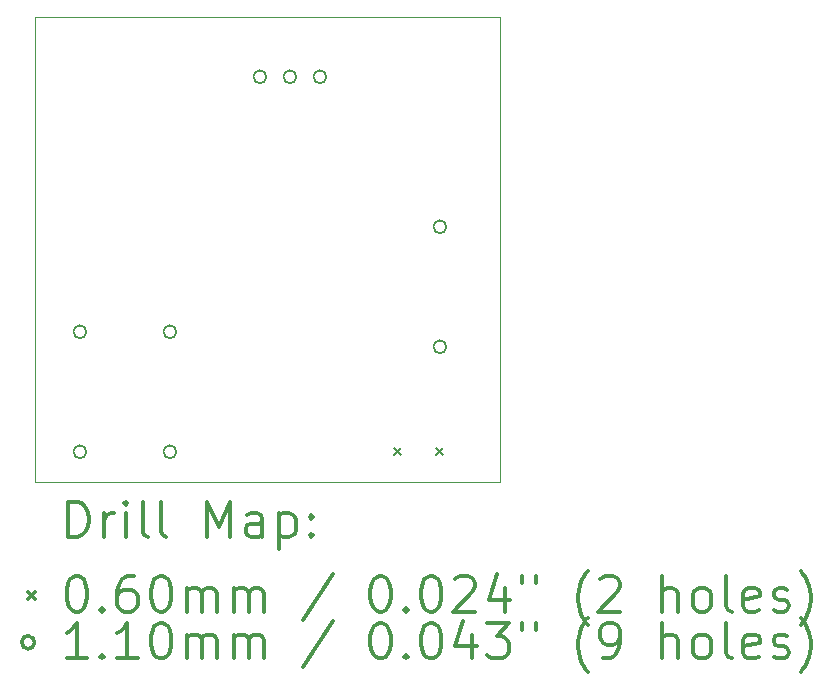
<source format=gbr>
%FSLAX45Y45*%
G04 Gerber Fmt 4.5, Leading zero omitted, Abs format (unit mm)*
G04 Created by KiCad (PCBNEW (5.1.9)-1) date 2021-03-24 11:59:08*
%MOMM*%
%LPD*%
G01*
G04 APERTURE LIST*
%TA.AperFunction,Profile*%
%ADD10C,0.050000*%
%TD*%
%ADD11C,0.200000*%
%ADD12C,0.300000*%
G04 APERTURE END LIST*
D10*
X15621000Y-7493000D02*
X11684000Y-7493000D01*
X15621000Y-11430000D02*
X15621000Y-7493000D01*
X11684000Y-11430000D02*
X15621000Y-11430000D01*
X11684000Y-7493000D02*
X11684000Y-11430000D01*
D11*
X14723000Y-11146000D02*
X14783000Y-11206000D01*
X14783000Y-11146000D02*
X14723000Y-11206000D01*
X15083000Y-11146000D02*
X15143000Y-11206000D01*
X15143000Y-11146000D02*
X15083000Y-11206000D01*
X12120000Y-10160000D02*
G75*
G03*
X12120000Y-10160000I-55000J0D01*
G01*
X12120000Y-11176000D02*
G75*
G03*
X12120000Y-11176000I-55000J0D01*
G01*
X12882000Y-10160000D02*
G75*
G03*
X12882000Y-10160000I-55000J0D01*
G01*
X12882000Y-11176000D02*
G75*
G03*
X12882000Y-11176000I-55000J0D01*
G01*
X13644000Y-8001000D02*
G75*
G03*
X13644000Y-8001000I-55000J0D01*
G01*
X13898000Y-8001000D02*
G75*
G03*
X13898000Y-8001000I-55000J0D01*
G01*
X14152000Y-8001000D02*
G75*
G03*
X14152000Y-8001000I-55000J0D01*
G01*
X15168000Y-9271000D02*
G75*
G03*
X15168000Y-9271000I-55000J0D01*
G01*
X15168000Y-10287000D02*
G75*
G03*
X15168000Y-10287000I-55000J0D01*
G01*
D12*
X11967928Y-11898214D02*
X11967928Y-11598214D01*
X12039357Y-11598214D01*
X12082214Y-11612500D01*
X12110786Y-11641071D01*
X12125071Y-11669643D01*
X12139357Y-11726786D01*
X12139357Y-11769643D01*
X12125071Y-11826786D01*
X12110786Y-11855357D01*
X12082214Y-11883929D01*
X12039357Y-11898214D01*
X11967928Y-11898214D01*
X12267928Y-11898214D02*
X12267928Y-11698214D01*
X12267928Y-11755357D02*
X12282214Y-11726786D01*
X12296500Y-11712500D01*
X12325071Y-11698214D01*
X12353643Y-11698214D01*
X12453643Y-11898214D02*
X12453643Y-11698214D01*
X12453643Y-11598214D02*
X12439357Y-11612500D01*
X12453643Y-11626786D01*
X12467928Y-11612500D01*
X12453643Y-11598214D01*
X12453643Y-11626786D01*
X12639357Y-11898214D02*
X12610786Y-11883929D01*
X12596500Y-11855357D01*
X12596500Y-11598214D01*
X12796500Y-11898214D02*
X12767928Y-11883929D01*
X12753643Y-11855357D01*
X12753643Y-11598214D01*
X13139357Y-11898214D02*
X13139357Y-11598214D01*
X13239357Y-11812500D01*
X13339357Y-11598214D01*
X13339357Y-11898214D01*
X13610786Y-11898214D02*
X13610786Y-11741071D01*
X13596500Y-11712500D01*
X13567928Y-11698214D01*
X13510786Y-11698214D01*
X13482214Y-11712500D01*
X13610786Y-11883929D02*
X13582214Y-11898214D01*
X13510786Y-11898214D01*
X13482214Y-11883929D01*
X13467928Y-11855357D01*
X13467928Y-11826786D01*
X13482214Y-11798214D01*
X13510786Y-11783929D01*
X13582214Y-11783929D01*
X13610786Y-11769643D01*
X13753643Y-11698214D02*
X13753643Y-11998214D01*
X13753643Y-11712500D02*
X13782214Y-11698214D01*
X13839357Y-11698214D01*
X13867928Y-11712500D01*
X13882214Y-11726786D01*
X13896500Y-11755357D01*
X13896500Y-11841071D01*
X13882214Y-11869643D01*
X13867928Y-11883929D01*
X13839357Y-11898214D01*
X13782214Y-11898214D01*
X13753643Y-11883929D01*
X14025071Y-11869643D02*
X14039357Y-11883929D01*
X14025071Y-11898214D01*
X14010786Y-11883929D01*
X14025071Y-11869643D01*
X14025071Y-11898214D01*
X14025071Y-11712500D02*
X14039357Y-11726786D01*
X14025071Y-11741071D01*
X14010786Y-11726786D01*
X14025071Y-11712500D01*
X14025071Y-11741071D01*
X11621500Y-12362500D02*
X11681500Y-12422500D01*
X11681500Y-12362500D02*
X11621500Y-12422500D01*
X12025071Y-12228214D02*
X12053643Y-12228214D01*
X12082214Y-12242500D01*
X12096500Y-12256786D01*
X12110786Y-12285357D01*
X12125071Y-12342500D01*
X12125071Y-12413929D01*
X12110786Y-12471071D01*
X12096500Y-12499643D01*
X12082214Y-12513929D01*
X12053643Y-12528214D01*
X12025071Y-12528214D01*
X11996500Y-12513929D01*
X11982214Y-12499643D01*
X11967928Y-12471071D01*
X11953643Y-12413929D01*
X11953643Y-12342500D01*
X11967928Y-12285357D01*
X11982214Y-12256786D01*
X11996500Y-12242500D01*
X12025071Y-12228214D01*
X12253643Y-12499643D02*
X12267928Y-12513929D01*
X12253643Y-12528214D01*
X12239357Y-12513929D01*
X12253643Y-12499643D01*
X12253643Y-12528214D01*
X12525071Y-12228214D02*
X12467928Y-12228214D01*
X12439357Y-12242500D01*
X12425071Y-12256786D01*
X12396500Y-12299643D01*
X12382214Y-12356786D01*
X12382214Y-12471071D01*
X12396500Y-12499643D01*
X12410786Y-12513929D01*
X12439357Y-12528214D01*
X12496500Y-12528214D01*
X12525071Y-12513929D01*
X12539357Y-12499643D01*
X12553643Y-12471071D01*
X12553643Y-12399643D01*
X12539357Y-12371071D01*
X12525071Y-12356786D01*
X12496500Y-12342500D01*
X12439357Y-12342500D01*
X12410786Y-12356786D01*
X12396500Y-12371071D01*
X12382214Y-12399643D01*
X12739357Y-12228214D02*
X12767928Y-12228214D01*
X12796500Y-12242500D01*
X12810786Y-12256786D01*
X12825071Y-12285357D01*
X12839357Y-12342500D01*
X12839357Y-12413929D01*
X12825071Y-12471071D01*
X12810786Y-12499643D01*
X12796500Y-12513929D01*
X12767928Y-12528214D01*
X12739357Y-12528214D01*
X12710786Y-12513929D01*
X12696500Y-12499643D01*
X12682214Y-12471071D01*
X12667928Y-12413929D01*
X12667928Y-12342500D01*
X12682214Y-12285357D01*
X12696500Y-12256786D01*
X12710786Y-12242500D01*
X12739357Y-12228214D01*
X12967928Y-12528214D02*
X12967928Y-12328214D01*
X12967928Y-12356786D02*
X12982214Y-12342500D01*
X13010786Y-12328214D01*
X13053643Y-12328214D01*
X13082214Y-12342500D01*
X13096500Y-12371071D01*
X13096500Y-12528214D01*
X13096500Y-12371071D02*
X13110786Y-12342500D01*
X13139357Y-12328214D01*
X13182214Y-12328214D01*
X13210786Y-12342500D01*
X13225071Y-12371071D01*
X13225071Y-12528214D01*
X13367928Y-12528214D02*
X13367928Y-12328214D01*
X13367928Y-12356786D02*
X13382214Y-12342500D01*
X13410786Y-12328214D01*
X13453643Y-12328214D01*
X13482214Y-12342500D01*
X13496500Y-12371071D01*
X13496500Y-12528214D01*
X13496500Y-12371071D02*
X13510786Y-12342500D01*
X13539357Y-12328214D01*
X13582214Y-12328214D01*
X13610786Y-12342500D01*
X13625071Y-12371071D01*
X13625071Y-12528214D01*
X14210786Y-12213929D02*
X13953643Y-12599643D01*
X14596500Y-12228214D02*
X14625071Y-12228214D01*
X14653643Y-12242500D01*
X14667928Y-12256786D01*
X14682214Y-12285357D01*
X14696500Y-12342500D01*
X14696500Y-12413929D01*
X14682214Y-12471071D01*
X14667928Y-12499643D01*
X14653643Y-12513929D01*
X14625071Y-12528214D01*
X14596500Y-12528214D01*
X14567928Y-12513929D01*
X14553643Y-12499643D01*
X14539357Y-12471071D01*
X14525071Y-12413929D01*
X14525071Y-12342500D01*
X14539357Y-12285357D01*
X14553643Y-12256786D01*
X14567928Y-12242500D01*
X14596500Y-12228214D01*
X14825071Y-12499643D02*
X14839357Y-12513929D01*
X14825071Y-12528214D01*
X14810786Y-12513929D01*
X14825071Y-12499643D01*
X14825071Y-12528214D01*
X15025071Y-12228214D02*
X15053643Y-12228214D01*
X15082214Y-12242500D01*
X15096500Y-12256786D01*
X15110786Y-12285357D01*
X15125071Y-12342500D01*
X15125071Y-12413929D01*
X15110786Y-12471071D01*
X15096500Y-12499643D01*
X15082214Y-12513929D01*
X15053643Y-12528214D01*
X15025071Y-12528214D01*
X14996500Y-12513929D01*
X14982214Y-12499643D01*
X14967928Y-12471071D01*
X14953643Y-12413929D01*
X14953643Y-12342500D01*
X14967928Y-12285357D01*
X14982214Y-12256786D01*
X14996500Y-12242500D01*
X15025071Y-12228214D01*
X15239357Y-12256786D02*
X15253643Y-12242500D01*
X15282214Y-12228214D01*
X15353643Y-12228214D01*
X15382214Y-12242500D01*
X15396500Y-12256786D01*
X15410786Y-12285357D01*
X15410786Y-12313929D01*
X15396500Y-12356786D01*
X15225071Y-12528214D01*
X15410786Y-12528214D01*
X15667928Y-12328214D02*
X15667928Y-12528214D01*
X15596500Y-12213929D02*
X15525071Y-12428214D01*
X15710786Y-12428214D01*
X15810786Y-12228214D02*
X15810786Y-12285357D01*
X15925071Y-12228214D02*
X15925071Y-12285357D01*
X16367928Y-12642500D02*
X16353643Y-12628214D01*
X16325071Y-12585357D01*
X16310786Y-12556786D01*
X16296500Y-12513929D01*
X16282214Y-12442500D01*
X16282214Y-12385357D01*
X16296500Y-12313929D01*
X16310786Y-12271071D01*
X16325071Y-12242500D01*
X16353643Y-12199643D01*
X16367928Y-12185357D01*
X16467928Y-12256786D02*
X16482214Y-12242500D01*
X16510786Y-12228214D01*
X16582214Y-12228214D01*
X16610786Y-12242500D01*
X16625071Y-12256786D01*
X16639357Y-12285357D01*
X16639357Y-12313929D01*
X16625071Y-12356786D01*
X16453643Y-12528214D01*
X16639357Y-12528214D01*
X16996500Y-12528214D02*
X16996500Y-12228214D01*
X17125071Y-12528214D02*
X17125071Y-12371071D01*
X17110786Y-12342500D01*
X17082214Y-12328214D01*
X17039357Y-12328214D01*
X17010786Y-12342500D01*
X16996500Y-12356786D01*
X17310786Y-12528214D02*
X17282214Y-12513929D01*
X17267928Y-12499643D01*
X17253643Y-12471071D01*
X17253643Y-12385357D01*
X17267928Y-12356786D01*
X17282214Y-12342500D01*
X17310786Y-12328214D01*
X17353643Y-12328214D01*
X17382214Y-12342500D01*
X17396500Y-12356786D01*
X17410786Y-12385357D01*
X17410786Y-12471071D01*
X17396500Y-12499643D01*
X17382214Y-12513929D01*
X17353643Y-12528214D01*
X17310786Y-12528214D01*
X17582214Y-12528214D02*
X17553643Y-12513929D01*
X17539357Y-12485357D01*
X17539357Y-12228214D01*
X17810786Y-12513929D02*
X17782214Y-12528214D01*
X17725071Y-12528214D01*
X17696500Y-12513929D01*
X17682214Y-12485357D01*
X17682214Y-12371071D01*
X17696500Y-12342500D01*
X17725071Y-12328214D01*
X17782214Y-12328214D01*
X17810786Y-12342500D01*
X17825071Y-12371071D01*
X17825071Y-12399643D01*
X17682214Y-12428214D01*
X17939357Y-12513929D02*
X17967928Y-12528214D01*
X18025071Y-12528214D01*
X18053643Y-12513929D01*
X18067928Y-12485357D01*
X18067928Y-12471071D01*
X18053643Y-12442500D01*
X18025071Y-12428214D01*
X17982214Y-12428214D01*
X17953643Y-12413929D01*
X17939357Y-12385357D01*
X17939357Y-12371071D01*
X17953643Y-12342500D01*
X17982214Y-12328214D01*
X18025071Y-12328214D01*
X18053643Y-12342500D01*
X18167928Y-12642500D02*
X18182214Y-12628214D01*
X18210786Y-12585357D01*
X18225071Y-12556786D01*
X18239357Y-12513929D01*
X18253643Y-12442500D01*
X18253643Y-12385357D01*
X18239357Y-12313929D01*
X18225071Y-12271071D01*
X18210786Y-12242500D01*
X18182214Y-12199643D01*
X18167928Y-12185357D01*
X11681500Y-12788500D02*
G75*
G03*
X11681500Y-12788500I-55000J0D01*
G01*
X12125071Y-12924214D02*
X11953643Y-12924214D01*
X12039357Y-12924214D02*
X12039357Y-12624214D01*
X12010786Y-12667071D01*
X11982214Y-12695643D01*
X11953643Y-12709929D01*
X12253643Y-12895643D02*
X12267928Y-12909929D01*
X12253643Y-12924214D01*
X12239357Y-12909929D01*
X12253643Y-12895643D01*
X12253643Y-12924214D01*
X12553643Y-12924214D02*
X12382214Y-12924214D01*
X12467928Y-12924214D02*
X12467928Y-12624214D01*
X12439357Y-12667071D01*
X12410786Y-12695643D01*
X12382214Y-12709929D01*
X12739357Y-12624214D02*
X12767928Y-12624214D01*
X12796500Y-12638500D01*
X12810786Y-12652786D01*
X12825071Y-12681357D01*
X12839357Y-12738500D01*
X12839357Y-12809929D01*
X12825071Y-12867071D01*
X12810786Y-12895643D01*
X12796500Y-12909929D01*
X12767928Y-12924214D01*
X12739357Y-12924214D01*
X12710786Y-12909929D01*
X12696500Y-12895643D01*
X12682214Y-12867071D01*
X12667928Y-12809929D01*
X12667928Y-12738500D01*
X12682214Y-12681357D01*
X12696500Y-12652786D01*
X12710786Y-12638500D01*
X12739357Y-12624214D01*
X12967928Y-12924214D02*
X12967928Y-12724214D01*
X12967928Y-12752786D02*
X12982214Y-12738500D01*
X13010786Y-12724214D01*
X13053643Y-12724214D01*
X13082214Y-12738500D01*
X13096500Y-12767071D01*
X13096500Y-12924214D01*
X13096500Y-12767071D02*
X13110786Y-12738500D01*
X13139357Y-12724214D01*
X13182214Y-12724214D01*
X13210786Y-12738500D01*
X13225071Y-12767071D01*
X13225071Y-12924214D01*
X13367928Y-12924214D02*
X13367928Y-12724214D01*
X13367928Y-12752786D02*
X13382214Y-12738500D01*
X13410786Y-12724214D01*
X13453643Y-12724214D01*
X13482214Y-12738500D01*
X13496500Y-12767071D01*
X13496500Y-12924214D01*
X13496500Y-12767071D02*
X13510786Y-12738500D01*
X13539357Y-12724214D01*
X13582214Y-12724214D01*
X13610786Y-12738500D01*
X13625071Y-12767071D01*
X13625071Y-12924214D01*
X14210786Y-12609929D02*
X13953643Y-12995643D01*
X14596500Y-12624214D02*
X14625071Y-12624214D01*
X14653643Y-12638500D01*
X14667928Y-12652786D01*
X14682214Y-12681357D01*
X14696500Y-12738500D01*
X14696500Y-12809929D01*
X14682214Y-12867071D01*
X14667928Y-12895643D01*
X14653643Y-12909929D01*
X14625071Y-12924214D01*
X14596500Y-12924214D01*
X14567928Y-12909929D01*
X14553643Y-12895643D01*
X14539357Y-12867071D01*
X14525071Y-12809929D01*
X14525071Y-12738500D01*
X14539357Y-12681357D01*
X14553643Y-12652786D01*
X14567928Y-12638500D01*
X14596500Y-12624214D01*
X14825071Y-12895643D02*
X14839357Y-12909929D01*
X14825071Y-12924214D01*
X14810786Y-12909929D01*
X14825071Y-12895643D01*
X14825071Y-12924214D01*
X15025071Y-12624214D02*
X15053643Y-12624214D01*
X15082214Y-12638500D01*
X15096500Y-12652786D01*
X15110786Y-12681357D01*
X15125071Y-12738500D01*
X15125071Y-12809929D01*
X15110786Y-12867071D01*
X15096500Y-12895643D01*
X15082214Y-12909929D01*
X15053643Y-12924214D01*
X15025071Y-12924214D01*
X14996500Y-12909929D01*
X14982214Y-12895643D01*
X14967928Y-12867071D01*
X14953643Y-12809929D01*
X14953643Y-12738500D01*
X14967928Y-12681357D01*
X14982214Y-12652786D01*
X14996500Y-12638500D01*
X15025071Y-12624214D01*
X15382214Y-12724214D02*
X15382214Y-12924214D01*
X15310786Y-12609929D02*
X15239357Y-12824214D01*
X15425071Y-12824214D01*
X15510786Y-12624214D02*
X15696500Y-12624214D01*
X15596500Y-12738500D01*
X15639357Y-12738500D01*
X15667928Y-12752786D01*
X15682214Y-12767071D01*
X15696500Y-12795643D01*
X15696500Y-12867071D01*
X15682214Y-12895643D01*
X15667928Y-12909929D01*
X15639357Y-12924214D01*
X15553643Y-12924214D01*
X15525071Y-12909929D01*
X15510786Y-12895643D01*
X15810786Y-12624214D02*
X15810786Y-12681357D01*
X15925071Y-12624214D02*
X15925071Y-12681357D01*
X16367928Y-13038500D02*
X16353643Y-13024214D01*
X16325071Y-12981357D01*
X16310786Y-12952786D01*
X16296500Y-12909929D01*
X16282214Y-12838500D01*
X16282214Y-12781357D01*
X16296500Y-12709929D01*
X16310786Y-12667071D01*
X16325071Y-12638500D01*
X16353643Y-12595643D01*
X16367928Y-12581357D01*
X16496500Y-12924214D02*
X16553643Y-12924214D01*
X16582214Y-12909929D01*
X16596500Y-12895643D01*
X16625071Y-12852786D01*
X16639357Y-12795643D01*
X16639357Y-12681357D01*
X16625071Y-12652786D01*
X16610786Y-12638500D01*
X16582214Y-12624214D01*
X16525071Y-12624214D01*
X16496500Y-12638500D01*
X16482214Y-12652786D01*
X16467928Y-12681357D01*
X16467928Y-12752786D01*
X16482214Y-12781357D01*
X16496500Y-12795643D01*
X16525071Y-12809929D01*
X16582214Y-12809929D01*
X16610786Y-12795643D01*
X16625071Y-12781357D01*
X16639357Y-12752786D01*
X16996500Y-12924214D02*
X16996500Y-12624214D01*
X17125071Y-12924214D02*
X17125071Y-12767071D01*
X17110786Y-12738500D01*
X17082214Y-12724214D01*
X17039357Y-12724214D01*
X17010786Y-12738500D01*
X16996500Y-12752786D01*
X17310786Y-12924214D02*
X17282214Y-12909929D01*
X17267928Y-12895643D01*
X17253643Y-12867071D01*
X17253643Y-12781357D01*
X17267928Y-12752786D01*
X17282214Y-12738500D01*
X17310786Y-12724214D01*
X17353643Y-12724214D01*
X17382214Y-12738500D01*
X17396500Y-12752786D01*
X17410786Y-12781357D01*
X17410786Y-12867071D01*
X17396500Y-12895643D01*
X17382214Y-12909929D01*
X17353643Y-12924214D01*
X17310786Y-12924214D01*
X17582214Y-12924214D02*
X17553643Y-12909929D01*
X17539357Y-12881357D01*
X17539357Y-12624214D01*
X17810786Y-12909929D02*
X17782214Y-12924214D01*
X17725071Y-12924214D01*
X17696500Y-12909929D01*
X17682214Y-12881357D01*
X17682214Y-12767071D01*
X17696500Y-12738500D01*
X17725071Y-12724214D01*
X17782214Y-12724214D01*
X17810786Y-12738500D01*
X17825071Y-12767071D01*
X17825071Y-12795643D01*
X17682214Y-12824214D01*
X17939357Y-12909929D02*
X17967928Y-12924214D01*
X18025071Y-12924214D01*
X18053643Y-12909929D01*
X18067928Y-12881357D01*
X18067928Y-12867071D01*
X18053643Y-12838500D01*
X18025071Y-12824214D01*
X17982214Y-12824214D01*
X17953643Y-12809929D01*
X17939357Y-12781357D01*
X17939357Y-12767071D01*
X17953643Y-12738500D01*
X17982214Y-12724214D01*
X18025071Y-12724214D01*
X18053643Y-12738500D01*
X18167928Y-13038500D02*
X18182214Y-13024214D01*
X18210786Y-12981357D01*
X18225071Y-12952786D01*
X18239357Y-12909929D01*
X18253643Y-12838500D01*
X18253643Y-12781357D01*
X18239357Y-12709929D01*
X18225071Y-12667071D01*
X18210786Y-12638500D01*
X18182214Y-12595643D01*
X18167928Y-12581357D01*
M02*

</source>
